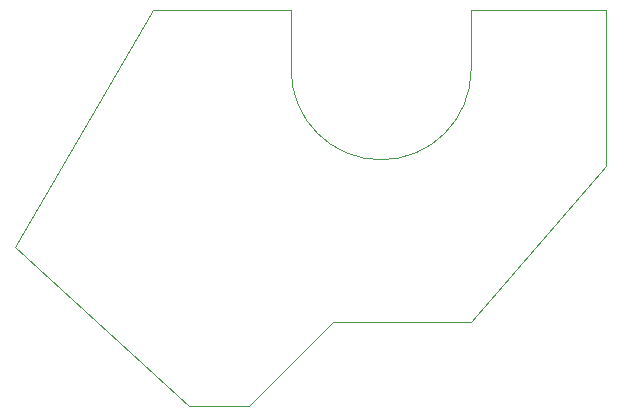
<source format=gbr>
G04 #@! TF.GenerationSoftware,KiCad,Pcbnew,(5.1.2)-2*
G04 #@! TF.CreationDate,2020-06-24T22:01:00-05:00*
G04 #@! TF.ProjectId,HallSensorDevBoard,48616c6c-5365-46e7-936f-72446576426f,rev?*
G04 #@! TF.SameCoordinates,Original*
G04 #@! TF.FileFunction,Profile,NP*
%FSLAX46Y46*%
G04 Gerber Fmt 4.6, Leading zero omitted, Abs format (unit mm)*
G04 Created by KiCad (PCBNEW (5.1.2)-2) date 2020-06-24 22:01:00*
%MOMM*%
%LPD*%
G04 APERTURE LIST*
%ADD10C,0.050000*%
G04 APERTURE END LIST*
D10*
X114300000Y-83820000D02*
X102616000Y-83820000D01*
X114300000Y-88900000D02*
X114300000Y-83820000D01*
X129540000Y-88900000D02*
X129540000Y-83820000D01*
X129540000Y-88900000D02*
G75*
G02X114300000Y-88900000I-7620000J0D01*
G01*
X90932000Y-103886000D02*
X105664000Y-117348000D01*
X102616000Y-83820000D02*
X90932000Y-103886000D01*
X140970000Y-97028000D02*
X140970000Y-83820000D01*
X129540000Y-110236000D02*
X140970000Y-97028000D01*
X117856000Y-110236000D02*
X129540000Y-110236000D01*
X110744000Y-117348000D02*
X117856000Y-110236000D01*
X105664000Y-117348000D02*
X110744000Y-117348000D01*
X140970000Y-83820000D02*
X129540000Y-83820000D01*
M02*

</source>
